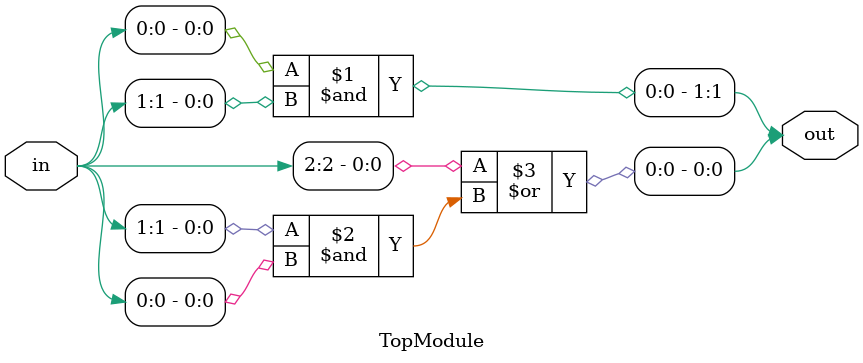
<source format=sv>

module TopModule (
  input [2:0] in,
  output [1:0] out
);
assign out[1] = in[0] & in[1];
assign out[0] = in[2] | (in[1] & in[0]);
endmodule

</source>
